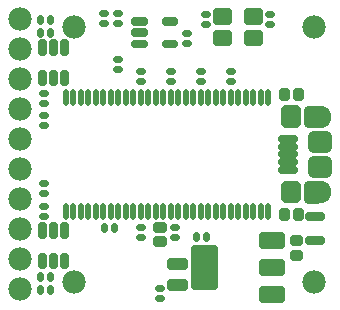
<source format=gts>
G75*
G70*
%OFA0B0*%
%FSLAX24Y24*%
%IPPOS*%
%LPD*%
%AMOC8*
5,1,8,0,0,1.08239X$1,22.5*
%
%ADD10C,0.0780*%
%ADD11C,0.0205*%
%ADD12C,0.0253*%
%ADD13C,0.0335*%
%ADD14C,0.0355*%
%ADD15C,0.0296*%
%ADD16C,0.0759*%
%ADD17C,0.0273*%
%ADD18C,0.0232*%
%ADD19C,0.0235*%
%ADD20C,0.0217*%
%ADD21C,0.0269*%
%ADD22C,0.0237*%
%ADD23C,0.0260*%
%ADD24C,0.0253*%
D10*
X009257Y007473D03*
X009257Y008473D03*
X009257Y009473D03*
X009257Y010473D03*
X009257Y011473D03*
X009257Y012473D03*
X009257Y013473D03*
X009257Y014473D03*
X009257Y015473D03*
X009257Y016473D03*
X011057Y016223D03*
X019057Y016223D03*
X019057Y007723D03*
X011057Y007723D03*
D11*
X011032Y009885D02*
X011032Y010261D01*
X011032Y009885D02*
X011032Y009885D01*
X011032Y010261D01*
X011032Y010261D01*
X011032Y010089D02*
X011032Y010089D01*
X011282Y010261D02*
X011282Y009885D01*
X011282Y009885D01*
X011282Y010261D01*
X011282Y010261D01*
X011282Y010089D02*
X011282Y010089D01*
X011532Y010261D02*
X011532Y009885D01*
X011532Y009885D01*
X011532Y010261D01*
X011532Y010261D01*
X011532Y010089D02*
X011532Y010089D01*
X011782Y010261D02*
X011782Y009885D01*
X011782Y009885D01*
X011782Y010261D01*
X011782Y010261D01*
X011782Y010089D02*
X011782Y010089D01*
X012032Y010261D02*
X012032Y009885D01*
X012032Y009885D01*
X012032Y010261D01*
X012032Y010261D01*
X012032Y010089D02*
X012032Y010089D01*
X012282Y010261D02*
X012282Y009885D01*
X012282Y009885D01*
X012282Y010261D01*
X012282Y010261D01*
X012282Y010089D02*
X012282Y010089D01*
X012532Y010261D02*
X012532Y009885D01*
X012532Y009885D01*
X012532Y010261D01*
X012532Y010261D01*
X012532Y010089D02*
X012532Y010089D01*
X012782Y010261D02*
X012782Y009885D01*
X012782Y009885D01*
X012782Y010261D01*
X012782Y010261D01*
X012782Y010089D02*
X012782Y010089D01*
X013032Y010261D02*
X013032Y009885D01*
X013032Y009885D01*
X013032Y010261D01*
X013032Y010261D01*
X013032Y010089D02*
X013032Y010089D01*
X013282Y010261D02*
X013282Y009885D01*
X013282Y009885D01*
X013282Y010261D01*
X013282Y010261D01*
X013282Y010089D02*
X013282Y010089D01*
X013532Y010261D02*
X013532Y009885D01*
X013532Y009885D01*
X013532Y010261D01*
X013532Y010261D01*
X013532Y010089D02*
X013532Y010089D01*
X013782Y010261D02*
X013782Y009885D01*
X013782Y009885D01*
X013782Y010261D01*
X013782Y010261D01*
X013782Y010089D02*
X013782Y010089D01*
X014032Y010261D02*
X014032Y009885D01*
X014032Y009885D01*
X014032Y010261D01*
X014032Y010261D01*
X014032Y010089D02*
X014032Y010089D01*
X014282Y010261D02*
X014282Y009885D01*
X014282Y009885D01*
X014282Y010261D01*
X014282Y010261D01*
X014282Y010089D02*
X014282Y010089D01*
X014532Y010261D02*
X014532Y009885D01*
X014532Y009885D01*
X014532Y010261D01*
X014532Y010261D01*
X014532Y010089D02*
X014532Y010089D01*
X014782Y010261D02*
X014782Y009885D01*
X014782Y009885D01*
X014782Y010261D01*
X014782Y010261D01*
X014782Y010089D02*
X014782Y010089D01*
X015032Y010261D02*
X015032Y009885D01*
X015032Y009885D01*
X015032Y010261D01*
X015032Y010261D01*
X015032Y010089D02*
X015032Y010089D01*
X015282Y010261D02*
X015282Y009885D01*
X015282Y009885D01*
X015282Y010261D01*
X015282Y010261D01*
X015282Y010089D02*
X015282Y010089D01*
X015532Y010261D02*
X015532Y009885D01*
X015532Y009885D01*
X015532Y010261D01*
X015532Y010261D01*
X015532Y010089D02*
X015532Y010089D01*
X015782Y010261D02*
X015782Y009885D01*
X015782Y009885D01*
X015782Y010261D01*
X015782Y010261D01*
X015782Y010089D02*
X015782Y010089D01*
X016032Y010261D02*
X016032Y009885D01*
X016032Y009885D01*
X016032Y010261D01*
X016032Y010261D01*
X016032Y010089D02*
X016032Y010089D01*
X016282Y010261D02*
X016282Y009885D01*
X016282Y009885D01*
X016282Y010261D01*
X016282Y010261D01*
X016282Y010089D02*
X016282Y010089D01*
X016532Y010261D02*
X016532Y009885D01*
X016532Y009885D01*
X016532Y010261D01*
X016532Y010261D01*
X016532Y010089D02*
X016532Y010089D01*
X016782Y010261D02*
X016782Y009885D01*
X016782Y009885D01*
X016782Y010261D01*
X016782Y010261D01*
X016782Y010089D02*
X016782Y010089D01*
X017032Y010261D02*
X017032Y009885D01*
X017032Y009885D01*
X017032Y010261D01*
X017032Y010261D01*
X017032Y010089D02*
X017032Y010089D01*
X017282Y010261D02*
X017282Y009885D01*
X017282Y009885D01*
X017282Y010261D01*
X017282Y010261D01*
X017282Y010089D02*
X017282Y010089D01*
X017532Y010261D02*
X017532Y009885D01*
X017532Y009885D01*
X017532Y010261D01*
X017532Y010261D01*
X017532Y010089D02*
X017532Y010089D01*
X017532Y013685D02*
X017532Y014061D01*
X017532Y014061D01*
X017532Y013685D01*
X017532Y013685D01*
X017532Y013889D02*
X017532Y013889D01*
X017282Y014061D02*
X017282Y013685D01*
X017282Y014061D02*
X017282Y014061D01*
X017282Y013685D01*
X017282Y013685D01*
X017282Y013889D02*
X017282Y013889D01*
X017032Y014061D02*
X017032Y013685D01*
X017032Y014061D02*
X017032Y014061D01*
X017032Y013685D01*
X017032Y013685D01*
X017032Y013889D02*
X017032Y013889D01*
X016782Y014061D02*
X016782Y013685D01*
X016782Y014061D02*
X016782Y014061D01*
X016782Y013685D01*
X016782Y013685D01*
X016782Y013889D02*
X016782Y013889D01*
X016532Y014061D02*
X016532Y013685D01*
X016532Y014061D02*
X016532Y014061D01*
X016532Y013685D01*
X016532Y013685D01*
X016532Y013889D02*
X016532Y013889D01*
X016282Y014061D02*
X016282Y013685D01*
X016282Y014061D02*
X016282Y014061D01*
X016282Y013685D01*
X016282Y013685D01*
X016282Y013889D02*
X016282Y013889D01*
X016032Y014061D02*
X016032Y013685D01*
X016032Y014061D02*
X016032Y014061D01*
X016032Y013685D01*
X016032Y013685D01*
X016032Y013889D02*
X016032Y013889D01*
X015782Y014061D02*
X015782Y013685D01*
X015782Y014061D02*
X015782Y014061D01*
X015782Y013685D01*
X015782Y013685D01*
X015782Y013889D02*
X015782Y013889D01*
X015532Y014061D02*
X015532Y013685D01*
X015532Y014061D02*
X015532Y014061D01*
X015532Y013685D01*
X015532Y013685D01*
X015532Y013889D02*
X015532Y013889D01*
X015282Y014061D02*
X015282Y013685D01*
X015282Y014061D02*
X015282Y014061D01*
X015282Y013685D01*
X015282Y013685D01*
X015282Y013889D02*
X015282Y013889D01*
X015032Y014061D02*
X015032Y013685D01*
X015032Y014061D02*
X015032Y014061D01*
X015032Y013685D01*
X015032Y013685D01*
X015032Y013889D02*
X015032Y013889D01*
X014782Y014061D02*
X014782Y013685D01*
X014782Y014061D02*
X014782Y014061D01*
X014782Y013685D01*
X014782Y013685D01*
X014782Y013889D02*
X014782Y013889D01*
X014532Y014061D02*
X014532Y013685D01*
X014532Y014061D02*
X014532Y014061D01*
X014532Y013685D01*
X014532Y013685D01*
X014532Y013889D02*
X014532Y013889D01*
X014282Y014061D02*
X014282Y013685D01*
X014282Y014061D02*
X014282Y014061D01*
X014282Y013685D01*
X014282Y013685D01*
X014282Y013889D02*
X014282Y013889D01*
X014032Y014061D02*
X014032Y013685D01*
X014032Y014061D02*
X014032Y014061D01*
X014032Y013685D01*
X014032Y013685D01*
X014032Y013889D02*
X014032Y013889D01*
X013782Y014061D02*
X013782Y013685D01*
X013782Y014061D02*
X013782Y014061D01*
X013782Y013685D01*
X013782Y013685D01*
X013782Y013889D02*
X013782Y013889D01*
X013532Y014061D02*
X013532Y013685D01*
X013532Y014061D02*
X013532Y014061D01*
X013532Y013685D01*
X013532Y013685D01*
X013532Y013889D02*
X013532Y013889D01*
X013282Y014061D02*
X013282Y013685D01*
X013282Y014061D02*
X013282Y014061D01*
X013282Y013685D01*
X013282Y013685D01*
X013282Y013889D02*
X013282Y013889D01*
X013032Y014061D02*
X013032Y013685D01*
X013032Y014061D02*
X013032Y014061D01*
X013032Y013685D01*
X013032Y013685D01*
X013032Y013889D02*
X013032Y013889D01*
X012782Y014061D02*
X012782Y013685D01*
X012782Y014061D02*
X012782Y014061D01*
X012782Y013685D01*
X012782Y013685D01*
X012782Y013889D02*
X012782Y013889D01*
X012532Y014061D02*
X012532Y013685D01*
X012532Y014061D02*
X012532Y014061D01*
X012532Y013685D01*
X012532Y013685D01*
X012532Y013889D02*
X012532Y013889D01*
X012282Y014061D02*
X012282Y013685D01*
X012282Y014061D02*
X012282Y014061D01*
X012282Y013685D01*
X012282Y013685D01*
X012282Y013889D02*
X012282Y013889D01*
X012032Y014061D02*
X012032Y013685D01*
X012032Y014061D02*
X012032Y014061D01*
X012032Y013685D01*
X012032Y013685D01*
X012032Y013889D02*
X012032Y013889D01*
X011782Y014061D02*
X011782Y013685D01*
X011782Y014061D02*
X011782Y014061D01*
X011782Y013685D01*
X011782Y013685D01*
X011782Y013889D02*
X011782Y013889D01*
X011532Y014061D02*
X011532Y013685D01*
X011532Y014061D02*
X011532Y014061D01*
X011532Y013685D01*
X011532Y013685D01*
X011532Y013889D02*
X011532Y013889D01*
X011282Y014061D02*
X011282Y013685D01*
X011282Y014061D02*
X011282Y014061D01*
X011282Y013685D01*
X011282Y013685D01*
X011282Y013889D02*
X011282Y013889D01*
X011032Y014061D02*
X011032Y013685D01*
X011032Y014061D02*
X011032Y014061D01*
X011032Y013685D01*
X011032Y013685D01*
X011032Y013889D02*
X011032Y013889D01*
X010782Y014061D02*
X010782Y013685D01*
X010782Y014061D02*
X010782Y014061D01*
X010782Y013685D01*
X010782Y013685D01*
X010782Y013889D02*
X010782Y013889D01*
X010782Y010261D02*
X010782Y009885D01*
X010782Y009885D01*
X010782Y010261D01*
X010782Y010261D01*
X010782Y010089D02*
X010782Y010089D01*
D12*
X018403Y011461D02*
X018403Y011461D01*
X017985Y011461D01*
X017985Y011461D01*
X018403Y011461D01*
X018403Y011717D02*
X018403Y011717D01*
X017985Y011717D01*
X017985Y011717D01*
X018403Y011717D01*
X018403Y011973D02*
X018403Y011973D01*
X017985Y011973D01*
X017985Y011973D01*
X018403Y011973D01*
X018403Y012228D02*
X018403Y012228D01*
X017985Y012228D01*
X017985Y012228D01*
X018403Y012228D01*
X018403Y012484D02*
X018403Y012484D01*
X017985Y012484D01*
X017985Y012484D01*
X018403Y012484D01*
D13*
X018451Y013025D02*
X018451Y013439D01*
X018451Y013025D02*
X018115Y013025D01*
X018115Y013439D01*
X018451Y013439D01*
X018451Y013359D02*
X018115Y013359D01*
X018451Y010920D02*
X018451Y010506D01*
X018115Y010506D01*
X018115Y010920D01*
X018451Y010920D01*
X018451Y010840D02*
X018115Y010840D01*
D14*
X019474Y011379D02*
X019474Y011735D01*
X019474Y011379D02*
X019040Y011379D01*
X019040Y011735D01*
X019474Y011735D01*
X019474Y011733D02*
X019040Y011733D01*
X019474Y012218D02*
X019474Y012574D01*
X019474Y012218D02*
X019040Y012218D01*
X019040Y012574D01*
X019474Y012574D01*
X019474Y012572D02*
X019040Y012572D01*
D15*
X019155Y013002D02*
X019155Y013462D01*
X019155Y013002D02*
X018859Y013002D01*
X018859Y013462D01*
X019155Y013462D01*
X019155Y013297D02*
X018859Y013297D01*
X018859Y010943D02*
X018859Y010483D01*
X018859Y010943D02*
X019155Y010943D01*
X019155Y010483D01*
X018859Y010483D01*
X018859Y010778D02*
X019155Y010778D01*
D16*
X019257Y010713D03*
X019257Y013232D03*
D17*
X014409Y015637D02*
X014409Y015661D01*
X014409Y015637D02*
X014129Y015637D01*
X014129Y015661D01*
X014409Y015661D01*
X014409Y016385D02*
X014409Y016409D01*
X014409Y016385D02*
X014129Y016385D01*
X014129Y016409D01*
X014409Y016409D01*
X013385Y016409D02*
X013385Y016385D01*
X013105Y016385D01*
X013105Y016409D01*
X013385Y016409D01*
X013385Y016035D02*
X013385Y016011D01*
X013105Y016011D01*
X013105Y016035D01*
X013385Y016035D01*
X013385Y015661D02*
X013385Y015637D01*
X013105Y015637D01*
X013105Y015661D01*
X013385Y015661D01*
X010768Y015674D02*
X010744Y015674D01*
X010768Y015674D02*
X010768Y015394D01*
X010744Y015394D01*
X010744Y015674D01*
X010744Y015666D02*
X010768Y015666D01*
X010394Y015674D02*
X010370Y015674D01*
X010394Y015674D02*
X010394Y015394D01*
X010370Y015394D01*
X010370Y015674D01*
X010370Y015666D02*
X010394Y015666D01*
X010020Y015674D02*
X009996Y015674D01*
X010020Y015674D02*
X010020Y015394D01*
X009996Y015394D01*
X009996Y015674D01*
X009996Y015666D02*
X010020Y015666D01*
X009996Y014651D02*
X010020Y014651D01*
X010020Y014371D01*
X009996Y014371D01*
X009996Y014651D01*
X009996Y014643D02*
X010020Y014643D01*
X010370Y014651D02*
X010394Y014651D01*
X010394Y014371D01*
X010370Y014371D01*
X010370Y014651D01*
X010370Y014643D02*
X010394Y014643D01*
X010744Y014651D02*
X010768Y014651D01*
X010768Y014371D01*
X010744Y014371D01*
X010744Y014651D01*
X010744Y014643D02*
X010768Y014643D01*
X010768Y009294D02*
X010744Y009294D01*
X010744Y009574D01*
X010768Y009574D01*
X010768Y009294D01*
X010768Y009566D02*
X010744Y009566D01*
X010394Y009294D02*
X010370Y009294D01*
X010370Y009574D01*
X010394Y009574D01*
X010394Y009294D01*
X010394Y009566D02*
X010370Y009566D01*
X010020Y009294D02*
X009996Y009294D01*
X009996Y009574D01*
X010020Y009574D01*
X010020Y009294D01*
X010020Y009566D02*
X009996Y009566D01*
X010020Y008271D02*
X009996Y008271D01*
X009996Y008551D01*
X010020Y008551D01*
X010020Y008271D01*
X010020Y008543D02*
X009996Y008543D01*
X010370Y008271D02*
X010394Y008271D01*
X010370Y008271D02*
X010370Y008551D01*
X010394Y008551D01*
X010394Y008271D01*
X010394Y008543D02*
X010370Y008543D01*
X010744Y008271D02*
X010768Y008271D01*
X010744Y008271D02*
X010744Y008551D01*
X010768Y008551D01*
X010768Y008271D01*
X010768Y008543D02*
X010744Y008543D01*
D18*
X015796Y015708D02*
X016194Y015708D01*
X015796Y015708D02*
X015796Y016028D01*
X016194Y016028D01*
X016194Y015708D01*
X016194Y015939D02*
X015796Y015939D01*
X015796Y016417D02*
X016194Y016417D01*
X015796Y016417D02*
X015796Y016737D01*
X016194Y016737D01*
X016194Y016417D01*
X016194Y016648D02*
X015796Y016648D01*
X016820Y016417D02*
X017218Y016417D01*
X016820Y016417D02*
X016820Y016737D01*
X017218Y016737D01*
X017218Y016417D01*
X017218Y016648D02*
X016820Y016648D01*
X016820Y015708D02*
X017218Y015708D01*
X016820Y015708D02*
X016820Y016028D01*
X017218Y016028D01*
X017218Y015708D01*
X017218Y015939D02*
X016820Y015939D01*
D19*
X017973Y009297D02*
X017973Y008959D01*
X017341Y008959D01*
X017341Y009297D01*
X017973Y009297D01*
X017973Y009193D02*
X017341Y009193D01*
X017973Y008392D02*
X017973Y008054D01*
X017341Y008054D01*
X017341Y008392D01*
X017973Y008392D01*
X017973Y008288D02*
X017341Y008288D01*
X017973Y007486D02*
X017973Y007148D01*
X017341Y007148D01*
X017341Y007486D01*
X017973Y007486D01*
X017973Y007382D02*
X017341Y007382D01*
D20*
X015720Y007583D02*
X015720Y008863D01*
X015720Y007583D02*
X015070Y007583D01*
X015070Y008863D01*
X015720Y008863D01*
X015720Y007799D02*
X015070Y007799D01*
X015070Y008015D02*
X015720Y008015D01*
X015720Y008231D02*
X015070Y008231D01*
X015070Y008447D02*
X015720Y008447D01*
X015720Y008663D02*
X015070Y008663D01*
D21*
X018901Y009069D02*
X018901Y009117D01*
X019313Y009117D01*
X019313Y009069D01*
X018901Y009069D01*
X018901Y009878D02*
X018901Y009926D01*
X019313Y009926D01*
X019313Y009878D01*
X018901Y009878D01*
D22*
X015474Y009198D02*
X015474Y009198D01*
X015474Y009298D01*
X015474Y009298D01*
X015474Y009198D01*
X015140Y009198D02*
X015140Y009198D01*
X015140Y009298D01*
X015140Y009298D01*
X015140Y009198D01*
X014357Y009205D02*
X014357Y009205D01*
X014457Y009205D01*
X014457Y009205D01*
X014357Y009205D01*
X014357Y009540D02*
X014357Y009540D01*
X014457Y009540D01*
X014457Y009540D01*
X014357Y009540D01*
X013332Y009540D02*
X013332Y009540D01*
X013232Y009540D01*
X013232Y009540D01*
X013332Y009540D01*
X013332Y009205D02*
X013332Y009205D01*
X013232Y009205D01*
X013232Y009205D01*
X013332Y009205D01*
X012399Y009573D02*
X012399Y009573D01*
X012399Y009473D01*
X012399Y009473D01*
X012399Y009573D01*
X012065Y009573D02*
X012065Y009573D01*
X012065Y009473D01*
X012065Y009473D01*
X012065Y009573D01*
X010249Y007848D02*
X010249Y007848D01*
X010249Y007948D01*
X010249Y007948D01*
X010249Y007848D01*
X009915Y007848D02*
X009915Y007848D01*
X009915Y007948D01*
X009915Y007948D01*
X009915Y007848D01*
X009915Y007423D02*
X009915Y007423D01*
X009915Y007523D01*
X009915Y007523D01*
X009915Y007423D01*
X010249Y007423D02*
X010249Y007423D01*
X010249Y007523D01*
X010249Y007523D01*
X010249Y007423D01*
X009982Y009930D02*
X009982Y009930D01*
X010082Y009930D01*
X010082Y009930D01*
X009982Y009930D01*
X009982Y010265D02*
X009982Y010265D01*
X010082Y010265D01*
X010082Y010265D01*
X009982Y010265D01*
X009982Y010680D02*
X009982Y010680D01*
X010082Y010680D01*
X010082Y010680D01*
X009982Y010680D01*
X009982Y011015D02*
X009982Y011015D01*
X010082Y011015D01*
X010082Y011015D01*
X009982Y011015D01*
X010082Y012955D02*
X010082Y012955D01*
X009982Y012955D01*
X009982Y012955D01*
X010082Y012955D01*
X010082Y013290D02*
X010082Y013290D01*
X009982Y013290D01*
X009982Y013290D01*
X010082Y013290D01*
X010082Y013680D02*
X010082Y013680D01*
X009982Y013680D01*
X009982Y013680D01*
X010082Y013680D01*
X010082Y014015D02*
X010082Y014015D01*
X009982Y014015D01*
X009982Y014015D01*
X010082Y014015D01*
X012457Y014830D02*
X012457Y014830D01*
X012557Y014830D01*
X012557Y014830D01*
X012457Y014830D01*
X012457Y015165D02*
X012457Y015165D01*
X012557Y015165D01*
X012557Y015165D01*
X012457Y015165D01*
X013232Y014740D02*
X013232Y014740D01*
X013332Y014740D01*
X013332Y014740D01*
X013232Y014740D01*
X013232Y014405D02*
X013232Y014405D01*
X013332Y014405D01*
X013332Y014405D01*
X013232Y014405D01*
X014232Y014405D02*
X014232Y014405D01*
X014332Y014405D01*
X014332Y014405D01*
X014232Y014405D01*
X014232Y014740D02*
X014232Y014740D01*
X014332Y014740D01*
X014332Y014740D01*
X014232Y014740D01*
X015232Y014740D02*
X015232Y014740D01*
X015332Y014740D01*
X015332Y014740D01*
X015232Y014740D01*
X015232Y014405D02*
X015232Y014405D01*
X015332Y014405D01*
X015332Y014405D01*
X015232Y014405D01*
X016232Y014405D02*
X016232Y014405D01*
X016332Y014405D01*
X016332Y014405D01*
X016232Y014405D01*
X016232Y014740D02*
X016232Y014740D01*
X016332Y014740D01*
X016332Y014740D01*
X016232Y014740D01*
X014857Y015680D02*
X014857Y015680D01*
X014757Y015680D01*
X014757Y015680D01*
X014857Y015680D01*
X014857Y016015D02*
X014857Y016015D01*
X014757Y016015D01*
X014757Y016015D01*
X014857Y016015D01*
X015382Y016330D02*
X015382Y016330D01*
X015482Y016330D01*
X015482Y016330D01*
X015382Y016330D01*
X015382Y016665D02*
X015382Y016665D01*
X015482Y016665D01*
X015482Y016665D01*
X015382Y016665D01*
X017632Y016665D02*
X017632Y016665D01*
X017532Y016665D01*
X017532Y016665D01*
X017632Y016665D01*
X017632Y016330D02*
X017632Y016330D01*
X017532Y016330D01*
X017532Y016330D01*
X017632Y016330D01*
X012557Y016355D02*
X012557Y016355D01*
X012457Y016355D01*
X012457Y016355D01*
X012557Y016355D01*
X012557Y016690D02*
X012557Y016690D01*
X012457Y016690D01*
X012457Y016690D01*
X012557Y016690D01*
X012107Y016690D02*
X012107Y016690D01*
X012007Y016690D01*
X012007Y016690D01*
X012107Y016690D01*
X012107Y016355D02*
X012107Y016355D01*
X012007Y016355D01*
X012007Y016355D01*
X012107Y016355D01*
X010249Y016423D02*
X010249Y016423D01*
X010249Y016523D01*
X010249Y016523D01*
X010249Y016423D01*
X009915Y016423D02*
X009915Y016423D01*
X009915Y016523D01*
X009915Y016523D01*
X009915Y016423D01*
X009915Y015998D02*
X009915Y015998D01*
X009915Y016098D01*
X009915Y016098D01*
X009915Y015998D01*
X010249Y015998D02*
X010249Y015998D01*
X010249Y016098D01*
X010249Y016098D01*
X010249Y015998D01*
X013957Y007515D02*
X013957Y007515D01*
X013857Y007515D01*
X013857Y007515D01*
X013957Y007515D01*
X013957Y007180D02*
X013957Y007180D01*
X013857Y007180D01*
X013857Y007180D01*
X013957Y007180D01*
D23*
X013845Y009010D02*
X013845Y009106D01*
X014019Y009106D01*
X014019Y009010D01*
X013845Y009010D01*
X013845Y009490D02*
X013845Y009586D01*
X014019Y009586D01*
X014019Y009490D01*
X013845Y009490D01*
X018019Y009886D02*
X018115Y009886D01*
X018019Y009886D02*
X018019Y010060D01*
X018115Y010060D01*
X018115Y009886D01*
X018499Y009886D02*
X018595Y009886D01*
X018499Y009886D02*
X018499Y010060D01*
X018595Y010060D01*
X018595Y009886D01*
X018395Y009136D02*
X018395Y009040D01*
X018395Y009136D02*
X018569Y009136D01*
X018569Y009040D01*
X018395Y009040D01*
X018395Y008656D02*
X018395Y008560D01*
X018395Y008656D02*
X018569Y008656D01*
X018569Y008560D01*
X018395Y008560D01*
X018499Y013886D02*
X018595Y013886D01*
X018499Y013886D02*
X018499Y014060D01*
X018595Y014060D01*
X018595Y013886D01*
X018115Y013886D02*
X018019Y013886D01*
X018019Y014060D01*
X018115Y014060D01*
X018115Y013886D01*
D24*
X014721Y008398D02*
X014721Y008256D01*
X014293Y008256D01*
X014293Y008398D01*
X014721Y008398D01*
X014721Y007689D02*
X014721Y007547D01*
X014293Y007547D01*
X014293Y007689D01*
X014721Y007689D01*
M02*

</source>
